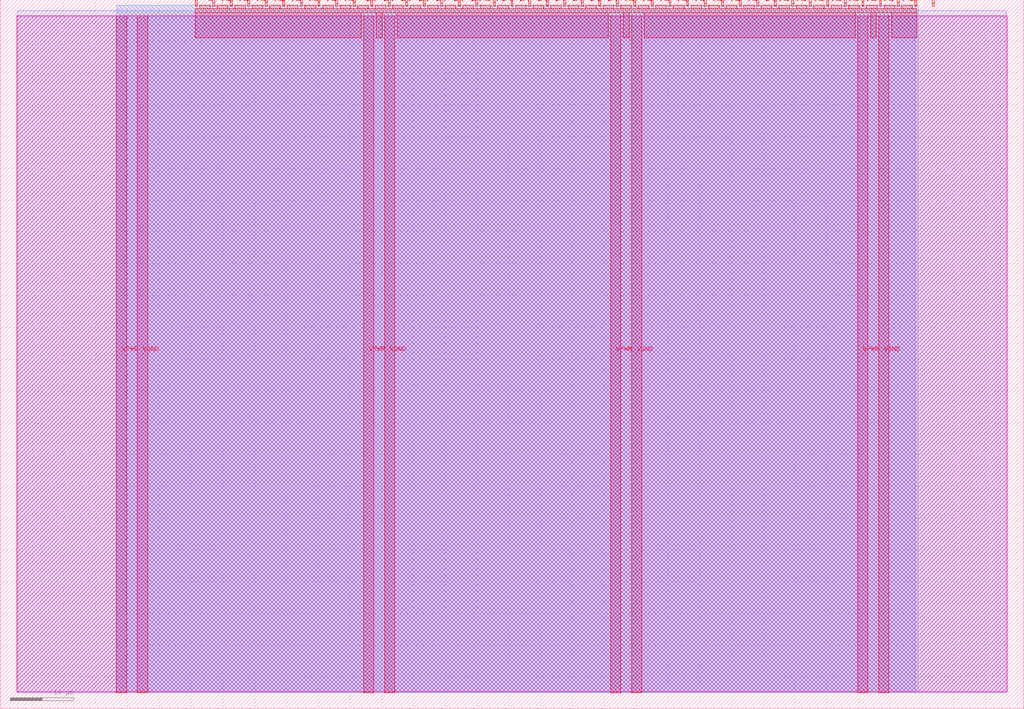
<source format=lef>
VERSION 5.7 ;
  NOWIREEXTENSIONATPIN ON ;
  DIVIDERCHAR "/" ;
  BUSBITCHARS "[]" ;
MACRO tt_um_wokwi_442978854010115073
  CLASS BLOCK ;
  FOREIGN tt_um_wokwi_442978854010115073 ;
  ORIGIN 0.000 0.000 ;
  SIZE 161.000 BY 111.520 ;
  PIN VGND
    DIRECTION INOUT ;
    USE GROUND ;
    PORT
      LAYER met4 ;
        RECT 21.580 2.480 23.180 109.040 ;
    END
    PORT
      LAYER met4 ;
        RECT 60.450 2.480 62.050 109.040 ;
    END
    PORT
      LAYER met4 ;
        RECT 99.320 2.480 100.920 109.040 ;
    END
    PORT
      LAYER met4 ;
        RECT 138.190 2.480 139.790 109.040 ;
    END
  END VGND
  PIN VPWR
    DIRECTION INOUT ;
    USE POWER ;
    PORT
      LAYER met4 ;
        RECT 18.280 2.480 19.880 109.040 ;
    END
    PORT
      LAYER met4 ;
        RECT 57.150 2.480 58.750 109.040 ;
    END
    PORT
      LAYER met4 ;
        RECT 96.020 2.480 97.620 109.040 ;
    END
    PORT
      LAYER met4 ;
        RECT 134.890 2.480 136.490 109.040 ;
    END
  END VPWR
  PIN clk
    DIRECTION INPUT ;
    USE SIGNAL ;
    ANTENNAGATEAREA 0.126000 ;
    PORT
      LAYER met4 ;
        RECT 143.830 110.520 144.130 111.520 ;
    END
  END clk
  PIN ena
    DIRECTION INPUT ;
    USE SIGNAL ;
    PORT
      LAYER met4 ;
        RECT 146.590 110.520 146.890 111.520 ;
    END
  END ena
  PIN rst_n
    DIRECTION INPUT ;
    USE SIGNAL ;
    PORT
      LAYER met4 ;
        RECT 141.070 110.520 141.370 111.520 ;
    END
  END rst_n
  PIN ui_in[0]
    DIRECTION INPUT ;
    USE SIGNAL ;
    ANTENNAGATEAREA 0.196500 ;
    PORT
      LAYER met4 ;
        RECT 138.310 110.520 138.610 111.520 ;
    END
  END ui_in[0]
  PIN ui_in[1]
    DIRECTION INPUT ;
    USE SIGNAL ;
    ANTENNAGATEAREA 0.196500 ;
    PORT
      LAYER met4 ;
        RECT 135.550 110.520 135.850 111.520 ;
    END
  END ui_in[1]
  PIN ui_in[2]
    DIRECTION INPUT ;
    USE SIGNAL ;
    ANTENNAGATEAREA 0.196500 ;
    PORT
      LAYER met4 ;
        RECT 132.790 110.520 133.090 111.520 ;
    END
  END ui_in[2]
  PIN ui_in[3]
    DIRECTION INPUT ;
    USE SIGNAL ;
    ANTENNAGATEAREA 0.196500 ;
    PORT
      LAYER met4 ;
        RECT 130.030 110.520 130.330 111.520 ;
    END
  END ui_in[3]
  PIN ui_in[4]
    DIRECTION INPUT ;
    USE SIGNAL ;
    ANTENNAGATEAREA 0.196500 ;
    PORT
      LAYER met4 ;
        RECT 127.270 110.520 127.570 111.520 ;
    END
  END ui_in[4]
  PIN ui_in[5]
    DIRECTION INPUT ;
    USE SIGNAL ;
    ANTENNAGATEAREA 0.196500 ;
    PORT
      LAYER met4 ;
        RECT 124.510 110.520 124.810 111.520 ;
    END
  END ui_in[5]
  PIN ui_in[6]
    DIRECTION INPUT ;
    USE SIGNAL ;
    ANTENNAGATEAREA 0.196500 ;
    PORT
      LAYER met4 ;
        RECT 121.750 110.520 122.050 111.520 ;
    END
  END ui_in[6]
  PIN ui_in[7]
    DIRECTION INPUT ;
    USE SIGNAL ;
    ANTENNAGATEAREA 0.196500 ;
    PORT
      LAYER met4 ;
        RECT 118.990 110.520 119.290 111.520 ;
    END
  END ui_in[7]
  PIN uio_in[0]
    DIRECTION INPUT ;
    USE SIGNAL ;
    PORT
      LAYER met4 ;
        RECT 116.230 110.520 116.530 111.520 ;
    END
  END uio_in[0]
  PIN uio_in[1]
    DIRECTION INPUT ;
    USE SIGNAL ;
    PORT
      LAYER met4 ;
        RECT 113.470 110.520 113.770 111.520 ;
    END
  END uio_in[1]
  PIN uio_in[2]
    DIRECTION INPUT ;
    USE SIGNAL ;
    PORT
      LAYER met4 ;
        RECT 110.710 110.520 111.010 111.520 ;
    END
  END uio_in[2]
  PIN uio_in[3]
    DIRECTION INPUT ;
    USE SIGNAL ;
    PORT
      LAYER met4 ;
        RECT 107.950 110.520 108.250 111.520 ;
    END
  END uio_in[3]
  PIN uio_in[4]
    DIRECTION INPUT ;
    USE SIGNAL ;
    PORT
      LAYER met4 ;
        RECT 105.190 110.520 105.490 111.520 ;
    END
  END uio_in[4]
  PIN uio_in[5]
    DIRECTION INPUT ;
    USE SIGNAL ;
    PORT
      LAYER met4 ;
        RECT 102.430 110.520 102.730 111.520 ;
    END
  END uio_in[5]
  PIN uio_in[6]
    DIRECTION INPUT ;
    USE SIGNAL ;
    PORT
      LAYER met4 ;
        RECT 99.670 110.520 99.970 111.520 ;
    END
  END uio_in[6]
  PIN uio_in[7]
    DIRECTION INPUT ;
    USE SIGNAL ;
    PORT
      LAYER met4 ;
        RECT 96.910 110.520 97.210 111.520 ;
    END
  END uio_in[7]
  PIN uio_oe[0]
    DIRECTION OUTPUT ;
    USE SIGNAL ;
    PORT
      LAYER met4 ;
        RECT 49.990 110.520 50.290 111.520 ;
    END
  END uio_oe[0]
  PIN uio_oe[1]
    DIRECTION OUTPUT ;
    USE SIGNAL ;
    PORT
      LAYER met4 ;
        RECT 47.230 110.520 47.530 111.520 ;
    END
  END uio_oe[1]
  PIN uio_oe[2]
    DIRECTION OUTPUT ;
    USE SIGNAL ;
    PORT
      LAYER met4 ;
        RECT 44.470 110.520 44.770 111.520 ;
    END
  END uio_oe[2]
  PIN uio_oe[3]
    DIRECTION OUTPUT ;
    USE SIGNAL ;
    PORT
      LAYER met4 ;
        RECT 41.710 110.520 42.010 111.520 ;
    END
  END uio_oe[3]
  PIN uio_oe[4]
    DIRECTION OUTPUT ;
    USE SIGNAL ;
    PORT
      LAYER met4 ;
        RECT 38.950 110.520 39.250 111.520 ;
    END
  END uio_oe[4]
  PIN uio_oe[5]
    DIRECTION OUTPUT ;
    USE SIGNAL ;
    PORT
      LAYER met4 ;
        RECT 36.190 110.520 36.490 111.520 ;
    END
  END uio_oe[5]
  PIN uio_oe[6]
    DIRECTION OUTPUT ;
    USE SIGNAL ;
    PORT
      LAYER met4 ;
        RECT 33.430 110.520 33.730 111.520 ;
    END
  END uio_oe[6]
  PIN uio_oe[7]
    DIRECTION OUTPUT ;
    USE SIGNAL ;
    PORT
      LAYER met4 ;
        RECT 30.670 110.520 30.970 111.520 ;
    END
  END uio_oe[7]
  PIN uio_out[0]
    DIRECTION OUTPUT ;
    USE SIGNAL ;
    PORT
      LAYER met4 ;
        RECT 72.070 110.520 72.370 111.520 ;
    END
  END uio_out[0]
  PIN uio_out[1]
    DIRECTION OUTPUT ;
    USE SIGNAL ;
    PORT
      LAYER met4 ;
        RECT 69.310 110.520 69.610 111.520 ;
    END
  END uio_out[1]
  PIN uio_out[2]
    DIRECTION OUTPUT ;
    USE SIGNAL ;
    PORT
      LAYER met4 ;
        RECT 66.550 110.520 66.850 111.520 ;
    END
  END uio_out[2]
  PIN uio_out[3]
    DIRECTION OUTPUT ;
    USE SIGNAL ;
    PORT
      LAYER met4 ;
        RECT 63.790 110.520 64.090 111.520 ;
    END
  END uio_out[3]
  PIN uio_out[4]
    DIRECTION OUTPUT ;
    USE SIGNAL ;
    PORT
      LAYER met4 ;
        RECT 61.030 110.520 61.330 111.520 ;
    END
  END uio_out[4]
  PIN uio_out[5]
    DIRECTION OUTPUT ;
    USE SIGNAL ;
    PORT
      LAYER met4 ;
        RECT 58.270 110.520 58.570 111.520 ;
    END
  END uio_out[5]
  PIN uio_out[6]
    DIRECTION OUTPUT ;
    USE SIGNAL ;
    PORT
      LAYER met4 ;
        RECT 55.510 110.520 55.810 111.520 ;
    END
  END uio_out[6]
  PIN uio_out[7]
    DIRECTION OUTPUT ;
    USE SIGNAL ;
    PORT
      LAYER met4 ;
        RECT 52.750 110.520 53.050 111.520 ;
    END
  END uio_out[7]
  PIN uo_out[0]
    DIRECTION OUTPUT ;
    USE SIGNAL ;
    ANTENNADIFFAREA 0.445500 ;
    PORT
      LAYER met4 ;
        RECT 94.150 110.520 94.450 111.520 ;
    END
  END uo_out[0]
  PIN uo_out[1]
    DIRECTION OUTPUT ;
    USE SIGNAL ;
    ANTENNADIFFAREA 0.445500 ;
    PORT
      LAYER met4 ;
        RECT 91.390 110.520 91.690 111.520 ;
    END
  END uo_out[1]
  PIN uo_out[2]
    DIRECTION OUTPUT ;
    USE SIGNAL ;
    ANTENNADIFFAREA 0.445500 ;
    PORT
      LAYER met4 ;
        RECT 88.630 110.520 88.930 111.520 ;
    END
  END uo_out[2]
  PIN uo_out[3]
    DIRECTION OUTPUT ;
    USE SIGNAL ;
    ANTENNADIFFAREA 0.445500 ;
    PORT
      LAYER met4 ;
        RECT 85.870 110.520 86.170 111.520 ;
    END
  END uo_out[3]
  PIN uo_out[4]
    DIRECTION OUTPUT ;
    USE SIGNAL ;
    ANTENNADIFFAREA 0.445500 ;
    PORT
      LAYER met4 ;
        RECT 83.110 110.520 83.410 111.520 ;
    END
  END uo_out[4]
  PIN uo_out[5]
    DIRECTION OUTPUT ;
    USE SIGNAL ;
    ANTENNADIFFAREA 0.445500 ;
    PORT
      LAYER met4 ;
        RECT 80.350 110.520 80.650 111.520 ;
    END
  END uo_out[5]
  PIN uo_out[6]
    DIRECTION OUTPUT ;
    USE SIGNAL ;
    ANTENNADIFFAREA 0.795200 ;
    PORT
      LAYER met4 ;
        RECT 77.590 110.520 77.890 111.520 ;
    END
  END uo_out[6]
  PIN uo_out[7]
    DIRECTION OUTPUT ;
    USE SIGNAL ;
    PORT
      LAYER met4 ;
        RECT 74.830 110.520 75.130 111.520 ;
    END
  END uo_out[7]
  OBS
      LAYER nwell ;
        RECT 2.570 2.635 158.430 108.990 ;
      LAYER li1 ;
        RECT 2.760 2.635 158.240 108.885 ;
      LAYER met1 ;
        RECT 2.760 2.480 158.240 109.780 ;
      LAYER met2 ;
        RECT 18.310 2.535 143.890 110.685 ;
      LAYER met3 ;
        RECT 18.290 2.555 144.370 110.665 ;
      LAYER met4 ;
        RECT 31.370 110.120 33.030 110.665 ;
        RECT 34.130 110.120 35.790 110.665 ;
        RECT 36.890 110.120 38.550 110.665 ;
        RECT 39.650 110.120 41.310 110.665 ;
        RECT 42.410 110.120 44.070 110.665 ;
        RECT 45.170 110.120 46.830 110.665 ;
        RECT 47.930 110.120 49.590 110.665 ;
        RECT 50.690 110.120 52.350 110.665 ;
        RECT 53.450 110.120 55.110 110.665 ;
        RECT 56.210 110.120 57.870 110.665 ;
        RECT 58.970 110.120 60.630 110.665 ;
        RECT 61.730 110.120 63.390 110.665 ;
        RECT 64.490 110.120 66.150 110.665 ;
        RECT 67.250 110.120 68.910 110.665 ;
        RECT 70.010 110.120 71.670 110.665 ;
        RECT 72.770 110.120 74.430 110.665 ;
        RECT 75.530 110.120 77.190 110.665 ;
        RECT 78.290 110.120 79.950 110.665 ;
        RECT 81.050 110.120 82.710 110.665 ;
        RECT 83.810 110.120 85.470 110.665 ;
        RECT 86.570 110.120 88.230 110.665 ;
        RECT 89.330 110.120 90.990 110.665 ;
        RECT 92.090 110.120 93.750 110.665 ;
        RECT 94.850 110.120 96.510 110.665 ;
        RECT 97.610 110.120 99.270 110.665 ;
        RECT 100.370 110.120 102.030 110.665 ;
        RECT 103.130 110.120 104.790 110.665 ;
        RECT 105.890 110.120 107.550 110.665 ;
        RECT 108.650 110.120 110.310 110.665 ;
        RECT 111.410 110.120 113.070 110.665 ;
        RECT 114.170 110.120 115.830 110.665 ;
        RECT 116.930 110.120 118.590 110.665 ;
        RECT 119.690 110.120 121.350 110.665 ;
        RECT 122.450 110.120 124.110 110.665 ;
        RECT 125.210 110.120 126.870 110.665 ;
        RECT 127.970 110.120 129.630 110.665 ;
        RECT 130.730 110.120 132.390 110.665 ;
        RECT 133.490 110.120 135.150 110.665 ;
        RECT 136.250 110.120 137.910 110.665 ;
        RECT 139.010 110.120 140.670 110.665 ;
        RECT 141.770 110.120 143.430 110.665 ;
        RECT 30.655 109.440 144.145 110.120 ;
        RECT 30.655 105.575 56.750 109.440 ;
        RECT 59.150 105.575 60.050 109.440 ;
        RECT 62.450 105.575 95.620 109.440 ;
        RECT 98.020 105.575 98.920 109.440 ;
        RECT 101.320 105.575 134.490 109.440 ;
        RECT 136.890 105.575 137.790 109.440 ;
        RECT 140.190 105.575 144.145 109.440 ;
  END
END tt_um_wokwi_442978854010115073
END LIBRARY


</source>
